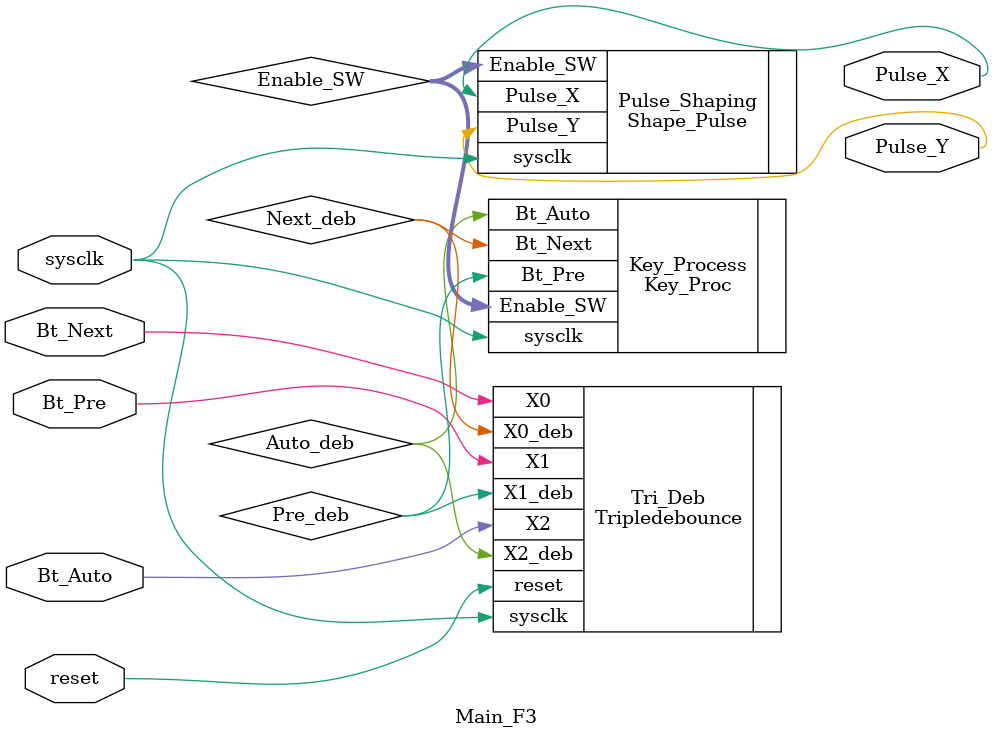
<source format=v>
`include"Key_Proc.v"
`include"Shape_Pulse.v"
`include"Tripledebounce.v"
module Main_F3 (input wire sysclk,
input wire Bt_Next,
input wire Bt_Pre,
input wire Bt_Auto,
input wire reset, 
output wire Pulse_X,
output wire Pulse_Y);

wire Next_deb, Pre_deb, Auto_deb;
wire [3:0] Enable_SW;

Tripledebounce Tri_Deb (.X0(Bt_Next),.X1(Bt_Pre),.X2(Bt_Auto),.reset(reset),
.X0_deb(Next_deb),.X1_deb(Pre_deb),.X2_deb(Auto_deb),.sysclk(sysclk));

Key_Proc Key_Process(.sysclk(sysclk),.Bt_Next(Next_deb),.Bt_Pre(Pre_deb),
.Bt_Auto(Auto_deb),.Enable_SW(Enable_SW));


Shape_Pulse Pulse_Shaping (.sysclk(sysclk),.Enable_SW(Enable_SW),.Pulse_X(Pulse_X),
.Pulse_Y(Pulse_Y));

endmodule
</source>
